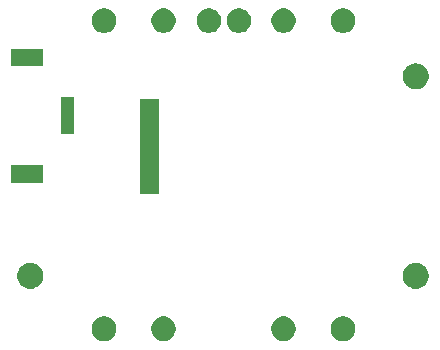
<source format=gbr>
%TF.GenerationSoftware,KiCad,Pcbnew,(5.1.6)-1*%
%TF.CreationDate,2021-05-28T10:30:19+02:00*%
%TF.ProjectId,Kicad_Smart_Watch,4b696361-645f-4536-9d61-72745f576174,rev?*%
%TF.SameCoordinates,Original*%
%TF.FileFunction,Soldermask,Bot*%
%TF.FilePolarity,Negative*%
%FSLAX46Y46*%
G04 Gerber Fmt 4.6, Leading zero omitted, Abs format (unit mm)*
G04 Created by KiCad (PCBNEW (5.1.6)-1) date 2021-05-28 10:30:19*
%MOMM*%
%LPD*%
G01*
G04 APERTURE LIST*
%ADD10C,0.010000*%
%ADD11C,0.100000*%
G04 APERTURE END LIST*
D10*
%TO.C,U3*%
G36*
X86567000Y-74559210D02*
G01*
X86567000Y-73163500D01*
X83865630Y-73163500D01*
X83865630Y-74559210D01*
X86567000Y-74559210D01*
G37*
X86567000Y-74559210D02*
X86567000Y-73163500D01*
X83865630Y-73163500D01*
X83865630Y-74559210D01*
X86567000Y-74559210D01*
G36*
X86567000Y-84452710D02*
G01*
X86567000Y-83043500D01*
X83864800Y-83043500D01*
X83864800Y-84452710D01*
X86567000Y-84452710D01*
G37*
X86567000Y-84452710D02*
X86567000Y-83043500D01*
X83864800Y-83043500D01*
X83864800Y-84452710D01*
X86567000Y-84452710D01*
D11*
G36*
X112313765Y-95875620D02*
G01*
X112503288Y-95954123D01*
X112673854Y-96068092D01*
X112818908Y-96213146D01*
X112932877Y-96383712D01*
X113011380Y-96573235D01*
X113051400Y-96774431D01*
X113051400Y-96979569D01*
X113011380Y-97180765D01*
X112932877Y-97370288D01*
X112818908Y-97540854D01*
X112673854Y-97685908D01*
X112503288Y-97799877D01*
X112503287Y-97799878D01*
X112503286Y-97799878D01*
X112313765Y-97878380D01*
X112112570Y-97918400D01*
X111907430Y-97918400D01*
X111706235Y-97878380D01*
X111516714Y-97799878D01*
X111516713Y-97799878D01*
X111516712Y-97799877D01*
X111346146Y-97685908D01*
X111201092Y-97540854D01*
X111087123Y-97370288D01*
X111008620Y-97180765D01*
X110968600Y-96979569D01*
X110968600Y-96774431D01*
X111008620Y-96573235D01*
X111087123Y-96383712D01*
X111201092Y-96213146D01*
X111346146Y-96068092D01*
X111516712Y-95954123D01*
X111706235Y-95875620D01*
X111907430Y-95835600D01*
X112112570Y-95835600D01*
X112313765Y-95875620D01*
G37*
G36*
X97117965Y-95875620D02*
G01*
X97307488Y-95954123D01*
X97478054Y-96068092D01*
X97623108Y-96213146D01*
X97737077Y-96383712D01*
X97815580Y-96573235D01*
X97855600Y-96774431D01*
X97855600Y-96979569D01*
X97815580Y-97180765D01*
X97737077Y-97370288D01*
X97623108Y-97540854D01*
X97478054Y-97685908D01*
X97307488Y-97799877D01*
X97307487Y-97799878D01*
X97307486Y-97799878D01*
X97117965Y-97878380D01*
X96916770Y-97918400D01*
X96711630Y-97918400D01*
X96510435Y-97878380D01*
X96320914Y-97799878D01*
X96320913Y-97799878D01*
X96320912Y-97799877D01*
X96150346Y-97685908D01*
X96005292Y-97540854D01*
X95891323Y-97370288D01*
X95812820Y-97180765D01*
X95772800Y-96979569D01*
X95772800Y-96774431D01*
X95812820Y-96573235D01*
X95891323Y-96383712D01*
X96005292Y-96213146D01*
X96150346Y-96068092D01*
X96320912Y-95954123D01*
X96510435Y-95875620D01*
X96711630Y-95835600D01*
X96916770Y-95835600D01*
X97117965Y-95875620D01*
G37*
G36*
X92077965Y-95875620D02*
G01*
X92267488Y-95954123D01*
X92438054Y-96068092D01*
X92583108Y-96213146D01*
X92697077Y-96383712D01*
X92775580Y-96573235D01*
X92815600Y-96774431D01*
X92815600Y-96979569D01*
X92775580Y-97180765D01*
X92697077Y-97370288D01*
X92583108Y-97540854D01*
X92438054Y-97685908D01*
X92267488Y-97799877D01*
X92267487Y-97799878D01*
X92267486Y-97799878D01*
X92077965Y-97878380D01*
X91876770Y-97918400D01*
X91671630Y-97918400D01*
X91470435Y-97878380D01*
X91280914Y-97799878D01*
X91280913Y-97799878D01*
X91280912Y-97799877D01*
X91110346Y-97685908D01*
X90965292Y-97540854D01*
X90851323Y-97370288D01*
X90772820Y-97180765D01*
X90732800Y-96979569D01*
X90732800Y-96774431D01*
X90772820Y-96573235D01*
X90851323Y-96383712D01*
X90965292Y-96213146D01*
X91110346Y-96068092D01*
X91280912Y-95954123D01*
X91470435Y-95875620D01*
X91671630Y-95835600D01*
X91876770Y-95835600D01*
X92077965Y-95875620D01*
G37*
G36*
X107273765Y-95875620D02*
G01*
X107463288Y-95954123D01*
X107633854Y-96068092D01*
X107778908Y-96213146D01*
X107892877Y-96383712D01*
X107971380Y-96573235D01*
X108011400Y-96774431D01*
X108011400Y-96979569D01*
X107971380Y-97180765D01*
X107892877Y-97370288D01*
X107778908Y-97540854D01*
X107633854Y-97685908D01*
X107463288Y-97799877D01*
X107463287Y-97799878D01*
X107463286Y-97799878D01*
X107273765Y-97878380D01*
X107072570Y-97918400D01*
X106867430Y-97918400D01*
X106666235Y-97878380D01*
X106476714Y-97799878D01*
X106476713Y-97799878D01*
X106476712Y-97799877D01*
X106306146Y-97685908D01*
X106161092Y-97540854D01*
X106047123Y-97370288D01*
X105968620Y-97180765D01*
X105928600Y-96979569D01*
X105928600Y-96774431D01*
X105968620Y-96573235D01*
X106047123Y-96383712D01*
X106161092Y-96213146D01*
X106306146Y-96068092D01*
X106476712Y-95954123D01*
X106666235Y-95875620D01*
X106867430Y-95835600D01*
X107072570Y-95835600D01*
X107273765Y-95875620D01*
G37*
G36*
X118388295Y-91312656D02*
G01*
X118494650Y-91333811D01*
X118594834Y-91375309D01*
X118695020Y-91416807D01*
X118875344Y-91537295D01*
X119028705Y-91690656D01*
X119149193Y-91870980D01*
X119232189Y-92071351D01*
X119274500Y-92284060D01*
X119274500Y-92500940D01*
X119232189Y-92713649D01*
X119149193Y-92914020D01*
X119028705Y-93094344D01*
X118875344Y-93247705D01*
X118695020Y-93368193D01*
X118494650Y-93451189D01*
X118388294Y-93472345D01*
X118281940Y-93493500D01*
X118065060Y-93493500D01*
X117958706Y-93472345D01*
X117852350Y-93451189D01*
X117651980Y-93368193D01*
X117471656Y-93247705D01*
X117318295Y-93094344D01*
X117197807Y-92914020D01*
X117114811Y-92713649D01*
X117072500Y-92500940D01*
X117072500Y-92284060D01*
X117114811Y-92071351D01*
X117197807Y-91870980D01*
X117318295Y-91690656D01*
X117471656Y-91537295D01*
X117651980Y-91416807D01*
X117752166Y-91375309D01*
X117852350Y-91333811D01*
X117958706Y-91312655D01*
X118065060Y-91291500D01*
X118281940Y-91291500D01*
X118388295Y-91312656D01*
G37*
G36*
X85749295Y-91312656D02*
G01*
X85855650Y-91333811D01*
X85955834Y-91375309D01*
X86056020Y-91416807D01*
X86236344Y-91537295D01*
X86389705Y-91690656D01*
X86510193Y-91870980D01*
X86593189Y-92071351D01*
X86635500Y-92284060D01*
X86635500Y-92500940D01*
X86593189Y-92713649D01*
X86510193Y-92914020D01*
X86389705Y-93094344D01*
X86236344Y-93247705D01*
X86056020Y-93368193D01*
X85855650Y-93451189D01*
X85749294Y-93472345D01*
X85642940Y-93493500D01*
X85426060Y-93493500D01*
X85319706Y-93472345D01*
X85213350Y-93451189D01*
X85012980Y-93368193D01*
X84832656Y-93247705D01*
X84679295Y-93094344D01*
X84558807Y-92914020D01*
X84475811Y-92713649D01*
X84433500Y-92500940D01*
X84433500Y-92284060D01*
X84475811Y-92071351D01*
X84558807Y-91870980D01*
X84679295Y-91690656D01*
X84832656Y-91537295D01*
X85012980Y-91416807D01*
X85113166Y-91375309D01*
X85213350Y-91333811D01*
X85319706Y-91312655D01*
X85426060Y-91291500D01*
X85642940Y-91291500D01*
X85749295Y-91312656D01*
G37*
G36*
X96431300Y-85435420D02*
G01*
X94805300Y-85435420D01*
X94805300Y-77386200D01*
X96431300Y-77386200D01*
X96431300Y-85435420D01*
G37*
G36*
X85319383Y-83405989D02*
G01*
X85319386Y-83405990D01*
X85319385Y-83405990D01*
X85383258Y-83432446D01*
X85440748Y-83470860D01*
X85489640Y-83519752D01*
X85528054Y-83577242D01*
X85540239Y-83606660D01*
X85554511Y-83641117D01*
X85568000Y-83708930D01*
X85568000Y-83778070D01*
X85554511Y-83845883D01*
X85554510Y-83845885D01*
X85528054Y-83909758D01*
X85489640Y-83967248D01*
X85440748Y-84016140D01*
X85383258Y-84054554D01*
X85331182Y-84076124D01*
X85319383Y-84081011D01*
X85251570Y-84094500D01*
X85182430Y-84094500D01*
X85114617Y-84081011D01*
X85102818Y-84076124D01*
X85050742Y-84054554D01*
X84993252Y-84016140D01*
X84944360Y-83967248D01*
X84905946Y-83909758D01*
X84879490Y-83845885D01*
X84879489Y-83845883D01*
X84866000Y-83778070D01*
X84866000Y-83708930D01*
X84879489Y-83641117D01*
X84893761Y-83606660D01*
X84905946Y-83577242D01*
X84944360Y-83519752D01*
X84993252Y-83470860D01*
X85050742Y-83432446D01*
X85114615Y-83405990D01*
X85114614Y-83405990D01*
X85114617Y-83405989D01*
X85182430Y-83392500D01*
X85251570Y-83392500D01*
X85319383Y-83405989D01*
G37*
G36*
X89218000Y-80369500D02*
G01*
X88166000Y-80369500D01*
X88166000Y-77237500D01*
X89218000Y-77237500D01*
X89218000Y-80369500D01*
G37*
G36*
X118388295Y-74421656D02*
G01*
X118494650Y-74442811D01*
X118695020Y-74525807D01*
X118875344Y-74646295D01*
X119028705Y-74799656D01*
X119149193Y-74979980D01*
X119232189Y-75180351D01*
X119274500Y-75393060D01*
X119274500Y-75609940D01*
X119232189Y-75822649D01*
X119149193Y-76023020D01*
X119028705Y-76203344D01*
X118875344Y-76356705D01*
X118695020Y-76477193D01*
X118594834Y-76518691D01*
X118494650Y-76560189D01*
X118388294Y-76581345D01*
X118281940Y-76602500D01*
X118065060Y-76602500D01*
X117958706Y-76581345D01*
X117852350Y-76560189D01*
X117651980Y-76477193D01*
X117471656Y-76356705D01*
X117318295Y-76203344D01*
X117197807Y-76023020D01*
X117114811Y-75822649D01*
X117072500Y-75609940D01*
X117072500Y-75393060D01*
X117114811Y-75180351D01*
X117197807Y-74979980D01*
X117318295Y-74799656D01*
X117471656Y-74646295D01*
X117651980Y-74525807D01*
X117852350Y-74442811D01*
X117958705Y-74421656D01*
X118065060Y-74400500D01*
X118281940Y-74400500D01*
X118388295Y-74421656D01*
G37*
G36*
X85319383Y-73525989D02*
G01*
X85319386Y-73525990D01*
X85319385Y-73525990D01*
X85383258Y-73552446D01*
X85440748Y-73590860D01*
X85489640Y-73639752D01*
X85528054Y-73697242D01*
X85549624Y-73749318D01*
X85554511Y-73761117D01*
X85568000Y-73828930D01*
X85568000Y-73898070D01*
X85554511Y-73965883D01*
X85554510Y-73965885D01*
X85528054Y-74029758D01*
X85489640Y-74087248D01*
X85440748Y-74136140D01*
X85383258Y-74174554D01*
X85331182Y-74196124D01*
X85319383Y-74201011D01*
X85251570Y-74214500D01*
X85182430Y-74214500D01*
X85114617Y-74201011D01*
X85102818Y-74196124D01*
X85050742Y-74174554D01*
X84993252Y-74136140D01*
X84944360Y-74087248D01*
X84905946Y-74029758D01*
X84879490Y-73965885D01*
X84879489Y-73965883D01*
X84866000Y-73898070D01*
X84866000Y-73828930D01*
X84879489Y-73761117D01*
X84884376Y-73749318D01*
X84905946Y-73697242D01*
X84944360Y-73639752D01*
X84993252Y-73590860D01*
X85050742Y-73552446D01*
X85114615Y-73525990D01*
X85114614Y-73525990D01*
X85114617Y-73525989D01*
X85182430Y-73512500D01*
X85251570Y-73512500D01*
X85319383Y-73525989D01*
G37*
G36*
X100963965Y-69787020D02*
G01*
X101153488Y-69865523D01*
X101324054Y-69979492D01*
X101469108Y-70124546D01*
X101583077Y-70295112D01*
X101661580Y-70484635D01*
X101701600Y-70685831D01*
X101701600Y-70890969D01*
X101661580Y-71092165D01*
X101583077Y-71281688D01*
X101469108Y-71452254D01*
X101324054Y-71597308D01*
X101153488Y-71711277D01*
X101153487Y-71711278D01*
X101153486Y-71711278D01*
X100963965Y-71789780D01*
X100762770Y-71829800D01*
X100557630Y-71829800D01*
X100356435Y-71789780D01*
X100166914Y-71711278D01*
X100166913Y-71711278D01*
X100166912Y-71711277D01*
X99996346Y-71597308D01*
X99851292Y-71452254D01*
X99737323Y-71281688D01*
X99658820Y-71092165D01*
X99618800Y-70890969D01*
X99618800Y-70685831D01*
X99658820Y-70484635D01*
X99737323Y-70295112D01*
X99851292Y-70124546D01*
X99996346Y-69979492D01*
X100166912Y-69865523D01*
X100356435Y-69787020D01*
X100557630Y-69747000D01*
X100762770Y-69747000D01*
X100963965Y-69787020D01*
G37*
G36*
X103503965Y-69787020D02*
G01*
X103693488Y-69865523D01*
X103864054Y-69979492D01*
X104009108Y-70124546D01*
X104123077Y-70295112D01*
X104201580Y-70484635D01*
X104241600Y-70685831D01*
X104241600Y-70890969D01*
X104201580Y-71092165D01*
X104123077Y-71281688D01*
X104009108Y-71452254D01*
X103864054Y-71597308D01*
X103693488Y-71711277D01*
X103693487Y-71711278D01*
X103693486Y-71711278D01*
X103503965Y-71789780D01*
X103302770Y-71829800D01*
X103097630Y-71829800D01*
X102896435Y-71789780D01*
X102706914Y-71711278D01*
X102706913Y-71711278D01*
X102706912Y-71711277D01*
X102536346Y-71597308D01*
X102391292Y-71452254D01*
X102277323Y-71281688D01*
X102198820Y-71092165D01*
X102158800Y-70890969D01*
X102158800Y-70685831D01*
X102198820Y-70484635D01*
X102277323Y-70295112D01*
X102391292Y-70124546D01*
X102536346Y-69979492D01*
X102706912Y-69865523D01*
X102896435Y-69787020D01*
X103097630Y-69747000D01*
X103302770Y-69747000D01*
X103503965Y-69787020D01*
G37*
G36*
X112313765Y-69787020D02*
G01*
X112503288Y-69865523D01*
X112673854Y-69979492D01*
X112818908Y-70124546D01*
X112932877Y-70295112D01*
X113011380Y-70484635D01*
X113051400Y-70685831D01*
X113051400Y-70890969D01*
X113011380Y-71092165D01*
X112932877Y-71281688D01*
X112818908Y-71452254D01*
X112673854Y-71597308D01*
X112503288Y-71711277D01*
X112503287Y-71711278D01*
X112503286Y-71711278D01*
X112313765Y-71789780D01*
X112112570Y-71829800D01*
X111907430Y-71829800D01*
X111706235Y-71789780D01*
X111516714Y-71711278D01*
X111516713Y-71711278D01*
X111516712Y-71711277D01*
X111346146Y-71597308D01*
X111201092Y-71452254D01*
X111087123Y-71281688D01*
X111008620Y-71092165D01*
X110968600Y-70890969D01*
X110968600Y-70685831D01*
X111008620Y-70484635D01*
X111087123Y-70295112D01*
X111201092Y-70124546D01*
X111346146Y-69979492D01*
X111516712Y-69865523D01*
X111706235Y-69787020D01*
X111907430Y-69747000D01*
X112112570Y-69747000D01*
X112313765Y-69787020D01*
G37*
G36*
X107273765Y-69787020D02*
G01*
X107463288Y-69865523D01*
X107633854Y-69979492D01*
X107778908Y-70124546D01*
X107892877Y-70295112D01*
X107971380Y-70484635D01*
X108011400Y-70685831D01*
X108011400Y-70890969D01*
X107971380Y-71092165D01*
X107892877Y-71281688D01*
X107778908Y-71452254D01*
X107633854Y-71597308D01*
X107463288Y-71711277D01*
X107463287Y-71711278D01*
X107463286Y-71711278D01*
X107273765Y-71789780D01*
X107072570Y-71829800D01*
X106867430Y-71829800D01*
X106666235Y-71789780D01*
X106476714Y-71711278D01*
X106476713Y-71711278D01*
X106476712Y-71711277D01*
X106306146Y-71597308D01*
X106161092Y-71452254D01*
X106047123Y-71281688D01*
X105968620Y-71092165D01*
X105928600Y-70890969D01*
X105928600Y-70685831D01*
X105968620Y-70484635D01*
X106047123Y-70295112D01*
X106161092Y-70124546D01*
X106306146Y-69979492D01*
X106476712Y-69865523D01*
X106666235Y-69787020D01*
X106867430Y-69747000D01*
X107072570Y-69747000D01*
X107273765Y-69787020D01*
G37*
G36*
X97117965Y-69787020D02*
G01*
X97307488Y-69865523D01*
X97478054Y-69979492D01*
X97623108Y-70124546D01*
X97737077Y-70295112D01*
X97815580Y-70484635D01*
X97855600Y-70685831D01*
X97855600Y-70890969D01*
X97815580Y-71092165D01*
X97737077Y-71281688D01*
X97623108Y-71452254D01*
X97478054Y-71597308D01*
X97307488Y-71711277D01*
X97307487Y-71711278D01*
X97307486Y-71711278D01*
X97117965Y-71789780D01*
X96916770Y-71829800D01*
X96711630Y-71829800D01*
X96510435Y-71789780D01*
X96320914Y-71711278D01*
X96320913Y-71711278D01*
X96320912Y-71711277D01*
X96150346Y-71597308D01*
X96005292Y-71452254D01*
X95891323Y-71281688D01*
X95812820Y-71092165D01*
X95772800Y-70890969D01*
X95772800Y-70685831D01*
X95812820Y-70484635D01*
X95891323Y-70295112D01*
X96005292Y-70124546D01*
X96150346Y-69979492D01*
X96320912Y-69865523D01*
X96510435Y-69787020D01*
X96711630Y-69747000D01*
X96916770Y-69747000D01*
X97117965Y-69787020D01*
G37*
G36*
X92077965Y-69787020D02*
G01*
X92267488Y-69865523D01*
X92438054Y-69979492D01*
X92583108Y-70124546D01*
X92697077Y-70295112D01*
X92775580Y-70484635D01*
X92815600Y-70685831D01*
X92815600Y-70890969D01*
X92775580Y-71092165D01*
X92697077Y-71281688D01*
X92583108Y-71452254D01*
X92438054Y-71597308D01*
X92267488Y-71711277D01*
X92267487Y-71711278D01*
X92267486Y-71711278D01*
X92077965Y-71789780D01*
X91876770Y-71829800D01*
X91671630Y-71829800D01*
X91470435Y-71789780D01*
X91280914Y-71711278D01*
X91280913Y-71711278D01*
X91280912Y-71711277D01*
X91110346Y-71597308D01*
X90965292Y-71452254D01*
X90851323Y-71281688D01*
X90772820Y-71092165D01*
X90732800Y-70890969D01*
X90732800Y-70685831D01*
X90772820Y-70484635D01*
X90851323Y-70295112D01*
X90965292Y-70124546D01*
X91110346Y-69979492D01*
X91280912Y-69865523D01*
X91470435Y-69787020D01*
X91671630Y-69747000D01*
X91876770Y-69747000D01*
X92077965Y-69787020D01*
G37*
M02*

</source>
